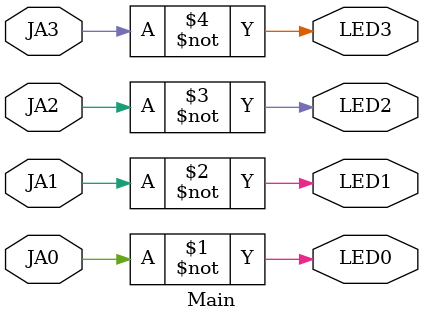
<source format=v>
`timescale 1ns / 1ps


module Main(
    input JA0,
    input JA1,
    input JA2,
    input JA3,
    output LED0,
    output LED1,
    output LED2,
    output LED3

    );
    
    assign LED0 = ~JA0;
    assign LED1 = ~JA1;
    assign LED2 = ~JA2;
    assign LED3 = ~JA3;
endmodule

</source>
